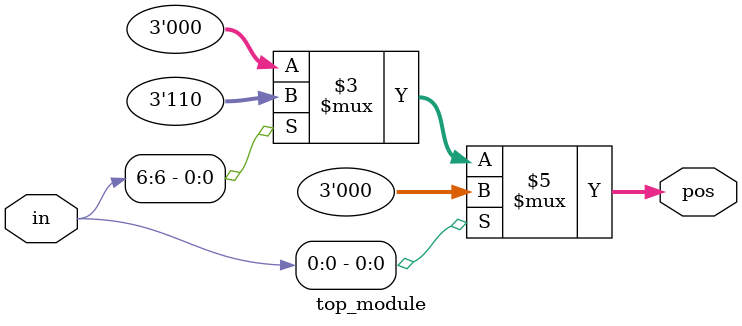
<source format=sv>
module top_module (
  input [7:0] in,
  output reg [2:0] pos
);

  always @(in) begin

    casez(in)
      8'bzzzzzzz1: pos <= 3'b000;
      8'bz1zzzzzz: pos <= 3'b110;
      default: pos <= 3'b000;
    endcase

  end

endmodule

</source>
